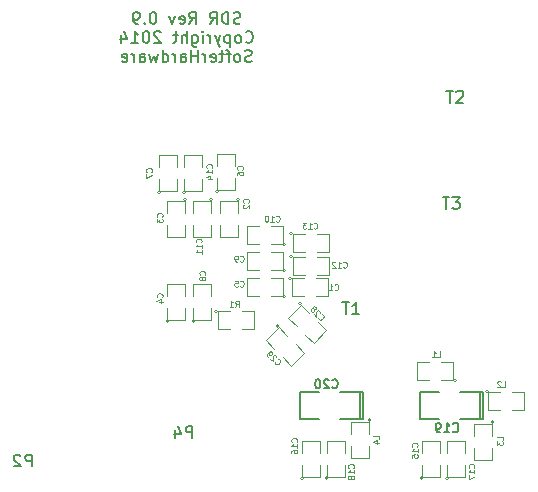
<source format=gbo>
%FSLAX34Y34*%
G04 Gerber Fmt 3.4, Leading zero omitted, Abs format*
G04 (created by PCBNEW (2014-01-02 BZR 4600)-product) date Sun 26 Jan 2014 10:04:54 PM PST*
%MOIN*%
G01*
G70*
G90*
G04 APERTURE LIST*
%ADD10C,0.005906*%
%ADD11C,0.007874*%
%ADD12C,0.003900*%
%ADD13C,0.005000*%
%ADD14C,0.004300*%
G04 APERTURE END LIST*
G54D10*
G54D11*
X8355Y-789D02*
X8299Y-808D01*
X8205Y-808D01*
X8167Y-789D01*
X8149Y-770D01*
X8130Y-733D01*
X8130Y-695D01*
X8149Y-658D01*
X8167Y-639D01*
X8205Y-620D01*
X8280Y-601D01*
X8317Y-583D01*
X8336Y-564D01*
X8355Y-526D01*
X8355Y-489D01*
X8336Y-451D01*
X8317Y-433D01*
X8280Y-414D01*
X8186Y-414D01*
X8130Y-433D01*
X7961Y-808D02*
X7961Y-414D01*
X7867Y-414D01*
X7811Y-433D01*
X7774Y-470D01*
X7755Y-508D01*
X7736Y-583D01*
X7736Y-639D01*
X7755Y-714D01*
X7774Y-751D01*
X7811Y-789D01*
X7867Y-808D01*
X7961Y-808D01*
X7342Y-808D02*
X7474Y-620D01*
X7567Y-808D02*
X7567Y-414D01*
X7417Y-414D01*
X7380Y-433D01*
X7361Y-451D01*
X7342Y-489D01*
X7342Y-545D01*
X7361Y-583D01*
X7380Y-601D01*
X7417Y-620D01*
X7567Y-620D01*
X6649Y-808D02*
X6780Y-620D01*
X6874Y-808D02*
X6874Y-414D01*
X6724Y-414D01*
X6686Y-433D01*
X6668Y-451D01*
X6649Y-489D01*
X6649Y-545D01*
X6668Y-583D01*
X6686Y-601D01*
X6724Y-620D01*
X6874Y-620D01*
X6330Y-789D02*
X6368Y-808D01*
X6443Y-808D01*
X6480Y-789D01*
X6499Y-751D01*
X6499Y-601D01*
X6480Y-564D01*
X6443Y-545D01*
X6368Y-545D01*
X6330Y-564D01*
X6311Y-601D01*
X6311Y-639D01*
X6499Y-676D01*
X6180Y-545D02*
X6086Y-808D01*
X5993Y-545D01*
X5468Y-414D02*
X5430Y-414D01*
X5393Y-433D01*
X5374Y-451D01*
X5355Y-489D01*
X5336Y-564D01*
X5336Y-658D01*
X5355Y-733D01*
X5374Y-770D01*
X5393Y-789D01*
X5430Y-808D01*
X5468Y-808D01*
X5505Y-789D01*
X5524Y-770D01*
X5543Y-733D01*
X5561Y-658D01*
X5561Y-564D01*
X5543Y-489D01*
X5524Y-451D01*
X5505Y-433D01*
X5468Y-414D01*
X5168Y-770D02*
X5149Y-789D01*
X5168Y-808D01*
X5187Y-789D01*
X5168Y-770D01*
X5168Y-808D01*
X4962Y-808D02*
X4887Y-808D01*
X4849Y-789D01*
X4830Y-770D01*
X4793Y-714D01*
X4774Y-639D01*
X4774Y-489D01*
X4793Y-451D01*
X4812Y-433D01*
X4849Y-414D01*
X4924Y-414D01*
X4962Y-433D01*
X4980Y-451D01*
X4999Y-489D01*
X4999Y-583D01*
X4980Y-620D01*
X4962Y-639D01*
X4924Y-658D01*
X4849Y-658D01*
X4812Y-639D01*
X4793Y-620D01*
X4774Y-583D01*
X8533Y-1400D02*
X8552Y-1419D01*
X8608Y-1437D01*
X8645Y-1437D01*
X8702Y-1419D01*
X8739Y-1381D01*
X8758Y-1344D01*
X8777Y-1269D01*
X8777Y-1212D01*
X8758Y-1137D01*
X8739Y-1100D01*
X8702Y-1062D01*
X8645Y-1044D01*
X8608Y-1044D01*
X8552Y-1062D01*
X8533Y-1081D01*
X8308Y-1437D02*
X8345Y-1419D01*
X8364Y-1400D01*
X8383Y-1362D01*
X8383Y-1250D01*
X8364Y-1212D01*
X8345Y-1194D01*
X8308Y-1175D01*
X8252Y-1175D01*
X8214Y-1194D01*
X8196Y-1212D01*
X8177Y-1250D01*
X8177Y-1362D01*
X8196Y-1400D01*
X8214Y-1419D01*
X8252Y-1437D01*
X8308Y-1437D01*
X8008Y-1175D02*
X8008Y-1569D01*
X8008Y-1194D02*
X7971Y-1175D01*
X7896Y-1175D01*
X7858Y-1194D01*
X7839Y-1212D01*
X7821Y-1250D01*
X7821Y-1362D01*
X7839Y-1400D01*
X7858Y-1419D01*
X7896Y-1437D01*
X7971Y-1437D01*
X8008Y-1419D01*
X7689Y-1175D02*
X7596Y-1437D01*
X7502Y-1175D02*
X7596Y-1437D01*
X7633Y-1531D01*
X7652Y-1550D01*
X7689Y-1569D01*
X7352Y-1437D02*
X7352Y-1175D01*
X7352Y-1250D02*
X7333Y-1212D01*
X7314Y-1194D01*
X7277Y-1175D01*
X7239Y-1175D01*
X7108Y-1437D02*
X7108Y-1175D01*
X7108Y-1044D02*
X7127Y-1062D01*
X7108Y-1081D01*
X7089Y-1062D01*
X7108Y-1044D01*
X7108Y-1081D01*
X6752Y-1175D02*
X6752Y-1494D01*
X6771Y-1531D01*
X6789Y-1550D01*
X6827Y-1569D01*
X6883Y-1569D01*
X6921Y-1550D01*
X6752Y-1419D02*
X6789Y-1437D01*
X6864Y-1437D01*
X6902Y-1419D01*
X6921Y-1400D01*
X6939Y-1362D01*
X6939Y-1250D01*
X6921Y-1212D01*
X6902Y-1194D01*
X6864Y-1175D01*
X6789Y-1175D01*
X6752Y-1194D01*
X6564Y-1437D02*
X6564Y-1044D01*
X6396Y-1437D02*
X6396Y-1231D01*
X6414Y-1194D01*
X6452Y-1175D01*
X6508Y-1175D01*
X6546Y-1194D01*
X6564Y-1212D01*
X6264Y-1175D02*
X6115Y-1175D01*
X6208Y-1044D02*
X6208Y-1381D01*
X6190Y-1419D01*
X6152Y-1437D01*
X6115Y-1437D01*
X5702Y-1081D02*
X5683Y-1062D01*
X5646Y-1044D01*
X5552Y-1044D01*
X5515Y-1062D01*
X5496Y-1081D01*
X5477Y-1119D01*
X5477Y-1156D01*
X5496Y-1212D01*
X5721Y-1437D01*
X5477Y-1437D01*
X5233Y-1044D02*
X5196Y-1044D01*
X5158Y-1062D01*
X5140Y-1081D01*
X5121Y-1119D01*
X5102Y-1194D01*
X5102Y-1287D01*
X5121Y-1362D01*
X5140Y-1400D01*
X5158Y-1419D01*
X5196Y-1437D01*
X5233Y-1437D01*
X5271Y-1419D01*
X5290Y-1400D01*
X5308Y-1362D01*
X5327Y-1287D01*
X5327Y-1194D01*
X5308Y-1119D01*
X5290Y-1081D01*
X5271Y-1062D01*
X5233Y-1044D01*
X4727Y-1437D02*
X4952Y-1437D01*
X4840Y-1437D02*
X4840Y-1044D01*
X4877Y-1100D01*
X4915Y-1137D01*
X4952Y-1156D01*
X4390Y-1175D02*
X4390Y-1437D01*
X4483Y-1025D02*
X4577Y-1306D01*
X4333Y-1306D01*
X8730Y-2049D02*
X8674Y-2067D01*
X8580Y-2067D01*
X8542Y-2049D01*
X8524Y-2030D01*
X8505Y-1992D01*
X8505Y-1955D01*
X8524Y-1917D01*
X8542Y-1899D01*
X8580Y-1880D01*
X8655Y-1861D01*
X8692Y-1842D01*
X8711Y-1824D01*
X8730Y-1786D01*
X8730Y-1749D01*
X8711Y-1711D01*
X8692Y-1692D01*
X8655Y-1674D01*
X8561Y-1674D01*
X8505Y-1692D01*
X8280Y-2067D02*
X8317Y-2049D01*
X8336Y-2030D01*
X8355Y-1992D01*
X8355Y-1880D01*
X8336Y-1842D01*
X8317Y-1824D01*
X8280Y-1805D01*
X8224Y-1805D01*
X8186Y-1824D01*
X8167Y-1842D01*
X8149Y-1880D01*
X8149Y-1992D01*
X8167Y-2030D01*
X8186Y-2049D01*
X8224Y-2067D01*
X8280Y-2067D01*
X8036Y-1805D02*
X7886Y-1805D01*
X7980Y-2067D02*
X7980Y-1730D01*
X7961Y-1692D01*
X7924Y-1674D01*
X7886Y-1674D01*
X7811Y-1805D02*
X7661Y-1805D01*
X7755Y-1674D02*
X7755Y-2011D01*
X7736Y-2049D01*
X7699Y-2067D01*
X7661Y-2067D01*
X7380Y-2049D02*
X7417Y-2067D01*
X7492Y-2067D01*
X7530Y-2049D01*
X7549Y-2011D01*
X7549Y-1861D01*
X7530Y-1824D01*
X7492Y-1805D01*
X7417Y-1805D01*
X7380Y-1824D01*
X7361Y-1861D01*
X7361Y-1899D01*
X7549Y-1936D01*
X7193Y-2067D02*
X7193Y-1805D01*
X7193Y-1880D02*
X7174Y-1842D01*
X7155Y-1824D01*
X7118Y-1805D01*
X7080Y-1805D01*
X6949Y-2067D02*
X6949Y-1674D01*
X6949Y-1861D02*
X6724Y-1861D01*
X6724Y-2067D02*
X6724Y-1674D01*
X6368Y-2067D02*
X6368Y-1861D01*
X6386Y-1824D01*
X6424Y-1805D01*
X6499Y-1805D01*
X6536Y-1824D01*
X6368Y-2049D02*
X6405Y-2067D01*
X6499Y-2067D01*
X6536Y-2049D01*
X6555Y-2011D01*
X6555Y-1974D01*
X6536Y-1936D01*
X6499Y-1917D01*
X6405Y-1917D01*
X6368Y-1899D01*
X6180Y-2067D02*
X6180Y-1805D01*
X6180Y-1880D02*
X6161Y-1842D01*
X6143Y-1824D01*
X6105Y-1805D01*
X6068Y-1805D01*
X5768Y-2067D02*
X5768Y-1674D01*
X5768Y-2049D02*
X5805Y-2067D01*
X5880Y-2067D01*
X5918Y-2049D01*
X5936Y-2030D01*
X5955Y-1992D01*
X5955Y-1880D01*
X5936Y-1842D01*
X5918Y-1824D01*
X5880Y-1805D01*
X5805Y-1805D01*
X5768Y-1824D01*
X5618Y-1805D02*
X5543Y-2067D01*
X5468Y-1880D01*
X5393Y-2067D01*
X5318Y-1805D01*
X4999Y-2067D02*
X4999Y-1861D01*
X5018Y-1824D01*
X5055Y-1805D01*
X5130Y-1805D01*
X5168Y-1824D01*
X4999Y-2049D02*
X5037Y-2067D01*
X5130Y-2067D01*
X5168Y-2049D01*
X5187Y-2011D01*
X5187Y-1974D01*
X5168Y-1936D01*
X5130Y-1917D01*
X5037Y-1917D01*
X4999Y-1899D01*
X4812Y-2067D02*
X4812Y-1805D01*
X4812Y-1880D02*
X4793Y-1842D01*
X4774Y-1824D01*
X4737Y-1805D01*
X4699Y-1805D01*
X4418Y-2049D02*
X4455Y-2067D01*
X4530Y-2067D01*
X4568Y-2049D01*
X4587Y-2011D01*
X4587Y-1861D01*
X4568Y-1824D01*
X4530Y-1805D01*
X4455Y-1805D01*
X4418Y-1824D01*
X4399Y-1861D01*
X4399Y-1899D01*
X4587Y-1936D01*
G54D12*
X10069Y-9286D02*
G75*
G03X10069Y-9286I-50J0D01*
G74*
G01*
X10469Y-9286D02*
X10069Y-9286D01*
X10069Y-9286D02*
X10069Y-9886D01*
X10069Y-9886D02*
X10469Y-9886D01*
X10869Y-9886D02*
X11269Y-9886D01*
X11269Y-9886D02*
X11269Y-9286D01*
X11269Y-9286D02*
X10869Y-9286D01*
X8342Y-6653D02*
G75*
G03X8342Y-6653I-50J0D01*
G74*
G01*
X8292Y-7103D02*
X8292Y-6703D01*
X8292Y-6703D02*
X7692Y-6703D01*
X7692Y-6703D02*
X7692Y-7103D01*
X7692Y-7503D02*
X7692Y-7903D01*
X7692Y-7903D02*
X8292Y-7903D01*
X8292Y-7903D02*
X8292Y-7503D01*
X6570Y-6653D02*
G75*
G03X6570Y-6653I-50J0D01*
G74*
G01*
X6520Y-7103D02*
X6520Y-6703D01*
X6520Y-6703D02*
X5920Y-6703D01*
X5920Y-6703D02*
X5920Y-7103D01*
X5920Y-7503D02*
X5920Y-7903D01*
X5920Y-7903D02*
X6520Y-7903D01*
X6520Y-7903D02*
X6520Y-7503D01*
X5970Y-10709D02*
G75*
G03X5970Y-10709I-50J0D01*
G74*
G01*
X5920Y-10259D02*
X5920Y-10659D01*
X5920Y-10659D02*
X6520Y-10659D01*
X6520Y-10659D02*
X6520Y-10259D01*
X6520Y-9859D02*
X6520Y-9459D01*
X6520Y-9459D02*
X5920Y-9459D01*
X5920Y-9459D02*
X5920Y-9859D01*
X9873Y-9886D02*
G75*
G03X9873Y-9886I-50J0D01*
G74*
G01*
X9373Y-9886D02*
X9773Y-9886D01*
X9773Y-9886D02*
X9773Y-9286D01*
X9773Y-9286D02*
X9373Y-9286D01*
X8973Y-9286D02*
X8573Y-9286D01*
X8573Y-9286D02*
X8573Y-9886D01*
X8573Y-9886D02*
X8973Y-9886D01*
X7624Y-6378D02*
G75*
G03X7624Y-6378I-50J0D01*
G74*
G01*
X7574Y-5928D02*
X7574Y-6328D01*
X7574Y-6328D02*
X8174Y-6328D01*
X8174Y-6328D02*
X8174Y-5928D01*
X8174Y-5528D02*
X8174Y-5128D01*
X8174Y-5128D02*
X7574Y-5128D01*
X7574Y-5128D02*
X7574Y-5528D01*
X5694Y-6417D02*
G75*
G03X5694Y-6417I-50J0D01*
G74*
G01*
X5644Y-5967D02*
X5644Y-6367D01*
X5644Y-6367D02*
X6244Y-6367D01*
X6244Y-6367D02*
X6244Y-5967D01*
X6244Y-5567D02*
X6244Y-5167D01*
X6244Y-5167D02*
X5644Y-5167D01*
X5644Y-5167D02*
X5644Y-5567D01*
X6836Y-10709D02*
G75*
G03X6836Y-10709I-50J0D01*
G74*
G01*
X6786Y-10259D02*
X6786Y-10659D01*
X6786Y-10659D02*
X7386Y-10659D01*
X7386Y-10659D02*
X7386Y-10259D01*
X7386Y-9859D02*
X7386Y-9459D01*
X7386Y-9459D02*
X6786Y-9459D01*
X6786Y-9459D02*
X6786Y-9859D01*
X9873Y-9020D02*
G75*
G03X9873Y-9020I-50J0D01*
G74*
G01*
X9373Y-9020D02*
X9773Y-9020D01*
X9773Y-9020D02*
X9773Y-8420D01*
X9773Y-8420D02*
X9373Y-8420D01*
X8973Y-8420D02*
X8573Y-8420D01*
X8573Y-8420D02*
X8573Y-9020D01*
X8573Y-9020D02*
X8973Y-9020D01*
X9873Y-8154D02*
G75*
G03X9873Y-8154I-50J0D01*
G74*
G01*
X9373Y-8154D02*
X9773Y-8154D01*
X9773Y-8154D02*
X9773Y-7554D01*
X9773Y-7554D02*
X9373Y-7554D01*
X8973Y-7554D02*
X8573Y-7554D01*
X8573Y-7554D02*
X8573Y-8154D01*
X8573Y-8154D02*
X8973Y-8154D01*
X7436Y-6653D02*
G75*
G03X7436Y-6653I-50J0D01*
G74*
G01*
X7386Y-7103D02*
X7386Y-6703D01*
X7386Y-6703D02*
X6786Y-6703D01*
X6786Y-6703D02*
X6786Y-7103D01*
X6786Y-7503D02*
X6786Y-7903D01*
X6786Y-7903D02*
X7386Y-7903D01*
X7386Y-7903D02*
X7386Y-7503D01*
X10108Y-8558D02*
G75*
G03X10108Y-8558I-50J0D01*
G74*
G01*
X10508Y-8558D02*
X10108Y-8558D01*
X10108Y-8558D02*
X10108Y-9158D01*
X10108Y-9158D02*
X10508Y-9158D01*
X10908Y-9158D02*
X11308Y-9158D01*
X11308Y-9158D02*
X11308Y-8558D01*
X11308Y-8558D02*
X10908Y-8558D01*
X10108Y-7790D02*
G75*
G03X10108Y-7790I-50J0D01*
G74*
G01*
X10508Y-7790D02*
X10108Y-7790D01*
X10108Y-7790D02*
X10108Y-8390D01*
X10108Y-8390D02*
X10508Y-8390D01*
X10908Y-8390D02*
X11308Y-8390D01*
X11308Y-8390D02*
X11308Y-7790D01*
X11308Y-7790D02*
X10908Y-7790D01*
X6521Y-6417D02*
G75*
G03X6521Y-6417I-50J0D01*
G74*
G01*
X6471Y-5967D02*
X6471Y-6367D01*
X6471Y-6367D02*
X7071Y-6367D01*
X7071Y-6367D02*
X7071Y-5967D01*
X7071Y-5567D02*
X7071Y-5167D01*
X7071Y-5167D02*
X6471Y-5167D01*
X6471Y-5167D02*
X6471Y-5567D01*
X14454Y-15945D02*
G75*
G03X14454Y-15945I-50J0D01*
G74*
G01*
X14404Y-15495D02*
X14404Y-15895D01*
X14404Y-15895D02*
X15004Y-15895D01*
X15004Y-15895D02*
X15004Y-15495D01*
X15004Y-15095D02*
X15004Y-14695D01*
X15004Y-14695D02*
X14404Y-14695D01*
X14404Y-14695D02*
X14404Y-15095D01*
X10458Y-15945D02*
G75*
G03X10458Y-15945I-50J0D01*
G74*
G01*
X10408Y-15495D02*
X10408Y-15895D01*
X10408Y-15895D02*
X11008Y-15895D01*
X11008Y-15895D02*
X11008Y-15495D01*
X11008Y-15095D02*
X11008Y-14695D01*
X11008Y-14695D02*
X10408Y-14695D01*
X10408Y-14695D02*
X10408Y-15095D01*
X15301Y-15945D02*
G75*
G03X15301Y-15945I-50J0D01*
G74*
G01*
X15251Y-15495D02*
X15251Y-15895D01*
X15251Y-15895D02*
X15851Y-15895D01*
X15851Y-15895D02*
X15851Y-15495D01*
X15851Y-15095D02*
X15851Y-14695D01*
X15851Y-14695D02*
X15251Y-14695D01*
X15251Y-14695D02*
X15251Y-15095D01*
X11285Y-15945D02*
G75*
G03X11285Y-15945I-50J0D01*
G74*
G01*
X11235Y-15495D02*
X11235Y-15895D01*
X11235Y-15895D02*
X11835Y-15895D01*
X11835Y-15895D02*
X11835Y-15495D01*
X11835Y-15095D02*
X11835Y-14695D01*
X11835Y-14695D02*
X11235Y-14695D01*
X11235Y-14695D02*
X11235Y-15095D01*
G54D13*
X16334Y-13073D02*
X16434Y-13073D01*
X16434Y-13073D02*
X16434Y-13973D01*
X16434Y-13973D02*
X16334Y-13973D01*
X16334Y-13073D02*
X16334Y-13973D01*
X16334Y-13973D02*
X15684Y-13973D01*
X14984Y-13073D02*
X14334Y-13073D01*
X14334Y-13073D02*
X14334Y-13973D01*
X14334Y-13973D02*
X14984Y-13973D01*
X15684Y-13073D02*
X16334Y-13073D01*
X12338Y-13073D02*
X12438Y-13073D01*
X12438Y-13073D02*
X12438Y-13973D01*
X12438Y-13973D02*
X12338Y-13973D01*
X12338Y-13073D02*
X12338Y-13973D01*
X12338Y-13973D02*
X11688Y-13973D01*
X10988Y-13073D02*
X10338Y-13073D01*
X10338Y-13073D02*
X10338Y-13973D01*
X10338Y-13973D02*
X10988Y-13973D01*
X11688Y-13073D02*
X12338Y-13073D01*
G54D12*
X10393Y-10135D02*
G75*
G03X10393Y-10135I-50J0D01*
G74*
G01*
X10661Y-10453D02*
X10378Y-10170D01*
X10378Y-10170D02*
X9954Y-10594D01*
X9954Y-10594D02*
X10236Y-10877D01*
X10519Y-11160D02*
X10802Y-11443D01*
X10802Y-11443D02*
X11226Y-11019D01*
X11226Y-11019D02*
X10944Y-10736D01*
X9645Y-10883D02*
G75*
G03X9645Y-10883I-50J0D01*
G74*
G01*
X9913Y-11201D02*
X9630Y-10918D01*
X9630Y-10918D02*
X9206Y-11342D01*
X9206Y-11342D02*
X9488Y-11625D01*
X9771Y-11908D02*
X10054Y-12191D01*
X10054Y-12191D02*
X10478Y-11767D01*
X10478Y-11767D02*
X10196Y-11484D01*
X15562Y-12681D02*
G75*
G03X15562Y-12681I-50J0D01*
G74*
G01*
X15062Y-12681D02*
X15462Y-12681D01*
X15462Y-12681D02*
X15462Y-12081D01*
X15462Y-12081D02*
X15062Y-12081D01*
X14662Y-12081D02*
X14262Y-12081D01*
X14262Y-12081D02*
X14262Y-12681D01*
X14262Y-12681D02*
X14662Y-12681D01*
X16624Y-13066D02*
G75*
G03X16624Y-13066I-50J0D01*
G74*
G01*
X17024Y-13066D02*
X16624Y-13066D01*
X16624Y-13066D02*
X16624Y-13666D01*
X16624Y-13666D02*
X17024Y-13666D01*
X17424Y-13666D02*
X17824Y-13666D01*
X17824Y-13666D02*
X17824Y-13066D01*
X17824Y-13066D02*
X17424Y-13066D01*
X16806Y-14074D02*
G75*
G03X16806Y-14074I-50J0D01*
G74*
G01*
X16756Y-14524D02*
X16756Y-14124D01*
X16756Y-14124D02*
X16156Y-14124D01*
X16156Y-14124D02*
X16156Y-14524D01*
X16156Y-14924D02*
X16156Y-15324D01*
X16156Y-15324D02*
X16756Y-15324D01*
X16756Y-15324D02*
X16756Y-14924D01*
X12712Y-14015D02*
G75*
G03X12712Y-14015I-50J0D01*
G74*
G01*
X12662Y-14465D02*
X12662Y-14065D01*
X12662Y-14065D02*
X12062Y-14065D01*
X12062Y-14065D02*
X12062Y-14465D01*
X12062Y-14865D02*
X12062Y-15265D01*
X12062Y-15265D02*
X12662Y-15265D01*
X12662Y-15265D02*
X12662Y-14865D01*
X7598Y-10379D02*
G75*
G03X7598Y-10379I-50J0D01*
G74*
G01*
X7998Y-10379D02*
X7598Y-10379D01*
X7598Y-10379D02*
X7598Y-10979D01*
X7598Y-10979D02*
X7998Y-10979D01*
X8398Y-10979D02*
X8798Y-10979D01*
X8798Y-10979D02*
X8798Y-10379D01*
X8798Y-10379D02*
X8398Y-10379D01*
G54D14*
X11499Y-9656D02*
X11508Y-9666D01*
X11536Y-9675D01*
X11555Y-9675D01*
X11583Y-9666D01*
X11602Y-9647D01*
X11611Y-9628D01*
X11621Y-9591D01*
X11621Y-9563D01*
X11611Y-9525D01*
X11602Y-9506D01*
X11583Y-9488D01*
X11555Y-9478D01*
X11536Y-9478D01*
X11508Y-9488D01*
X11499Y-9497D01*
X11311Y-9675D02*
X11424Y-9675D01*
X11368Y-9675D02*
X11368Y-9478D01*
X11386Y-9506D01*
X11405Y-9525D01*
X11424Y-9535D01*
X8623Y-6758D02*
X8632Y-6749D01*
X8642Y-6720D01*
X8642Y-6702D01*
X8632Y-6674D01*
X8614Y-6655D01*
X8595Y-6645D01*
X8557Y-6636D01*
X8529Y-6636D01*
X8492Y-6645D01*
X8473Y-6655D01*
X8454Y-6674D01*
X8445Y-6702D01*
X8445Y-6720D01*
X8454Y-6749D01*
X8464Y-6758D01*
X8464Y-6833D02*
X8454Y-6842D01*
X8445Y-6861D01*
X8445Y-6908D01*
X8454Y-6927D01*
X8464Y-6936D01*
X8482Y-6946D01*
X8501Y-6946D01*
X8529Y-6936D01*
X8642Y-6824D01*
X8642Y-6946D01*
X5749Y-7230D02*
X5758Y-7221D01*
X5768Y-7193D01*
X5768Y-7174D01*
X5758Y-7146D01*
X5740Y-7127D01*
X5721Y-7118D01*
X5683Y-7108D01*
X5655Y-7108D01*
X5618Y-7118D01*
X5599Y-7127D01*
X5580Y-7146D01*
X5571Y-7174D01*
X5571Y-7193D01*
X5580Y-7221D01*
X5590Y-7230D01*
X5571Y-7296D02*
X5571Y-7418D01*
X5646Y-7352D01*
X5646Y-7381D01*
X5655Y-7399D01*
X5665Y-7409D01*
X5683Y-7418D01*
X5730Y-7418D01*
X5749Y-7409D01*
X5758Y-7399D01*
X5768Y-7381D01*
X5768Y-7324D01*
X5758Y-7305D01*
X5749Y-7296D01*
X5749Y-9908D02*
X5758Y-9898D01*
X5768Y-9870D01*
X5768Y-9851D01*
X5758Y-9823D01*
X5740Y-9804D01*
X5721Y-9795D01*
X5683Y-9786D01*
X5655Y-9786D01*
X5618Y-9795D01*
X5599Y-9804D01*
X5580Y-9823D01*
X5571Y-9851D01*
X5571Y-9870D01*
X5580Y-9898D01*
X5590Y-9908D01*
X5636Y-10076D02*
X5768Y-10076D01*
X5561Y-10030D02*
X5702Y-9983D01*
X5702Y-10105D01*
X8349Y-9538D02*
X8359Y-9548D01*
X8387Y-9557D01*
X8406Y-9557D01*
X8434Y-9548D01*
X8452Y-9529D01*
X8462Y-9510D01*
X8471Y-9473D01*
X8471Y-9445D01*
X8462Y-9407D01*
X8452Y-9388D01*
X8434Y-9370D01*
X8406Y-9360D01*
X8387Y-9360D01*
X8359Y-9370D01*
X8349Y-9379D01*
X8171Y-9360D02*
X8265Y-9360D01*
X8274Y-9454D01*
X8265Y-9445D01*
X8246Y-9435D01*
X8199Y-9435D01*
X8180Y-9445D01*
X8171Y-9454D01*
X8162Y-9473D01*
X8162Y-9520D01*
X8171Y-9538D01*
X8180Y-9548D01*
X8199Y-9557D01*
X8246Y-9557D01*
X8265Y-9548D01*
X8274Y-9538D01*
X8426Y-5656D02*
X8436Y-5646D01*
X8445Y-5618D01*
X8445Y-5599D01*
X8436Y-5571D01*
X8417Y-5552D01*
X8398Y-5543D01*
X8360Y-5534D01*
X8332Y-5534D01*
X8295Y-5543D01*
X8276Y-5552D01*
X8257Y-5571D01*
X8248Y-5599D01*
X8248Y-5618D01*
X8257Y-5646D01*
X8267Y-5656D01*
X8248Y-5825D02*
X8248Y-5787D01*
X8257Y-5768D01*
X8267Y-5759D01*
X8295Y-5740D01*
X8332Y-5731D01*
X8407Y-5731D01*
X8426Y-5740D01*
X8436Y-5749D01*
X8445Y-5768D01*
X8445Y-5806D01*
X8436Y-5825D01*
X8426Y-5834D01*
X8407Y-5843D01*
X8360Y-5843D01*
X8342Y-5834D01*
X8332Y-5825D01*
X8323Y-5806D01*
X8323Y-5768D01*
X8332Y-5749D01*
X8342Y-5740D01*
X8360Y-5731D01*
X5395Y-5734D02*
X5404Y-5725D01*
X5413Y-5697D01*
X5413Y-5678D01*
X5404Y-5650D01*
X5385Y-5631D01*
X5367Y-5622D01*
X5329Y-5612D01*
X5301Y-5612D01*
X5263Y-5622D01*
X5245Y-5631D01*
X5226Y-5650D01*
X5216Y-5678D01*
X5216Y-5697D01*
X5226Y-5725D01*
X5235Y-5734D01*
X5216Y-5800D02*
X5216Y-5931D01*
X5413Y-5847D01*
X7166Y-9160D02*
X7176Y-9150D01*
X7185Y-9122D01*
X7185Y-9103D01*
X7176Y-9075D01*
X7157Y-9056D01*
X7138Y-9047D01*
X7101Y-9038D01*
X7073Y-9038D01*
X7035Y-9047D01*
X7016Y-9056D01*
X6997Y-9075D01*
X6988Y-9103D01*
X6988Y-9122D01*
X6997Y-9150D01*
X7007Y-9160D01*
X7073Y-9272D02*
X7063Y-9253D01*
X7054Y-9244D01*
X7035Y-9235D01*
X7026Y-9235D01*
X7007Y-9244D01*
X6997Y-9253D01*
X6988Y-9272D01*
X6988Y-9310D01*
X6997Y-9328D01*
X7007Y-9338D01*
X7026Y-9347D01*
X7035Y-9347D01*
X7054Y-9338D01*
X7063Y-9328D01*
X7073Y-9310D01*
X7073Y-9272D01*
X7082Y-9253D01*
X7091Y-9244D01*
X7110Y-9235D01*
X7148Y-9235D01*
X7166Y-9244D01*
X7176Y-9253D01*
X7185Y-9272D01*
X7185Y-9310D01*
X7176Y-9328D01*
X7166Y-9338D01*
X7148Y-9347D01*
X7110Y-9347D01*
X7091Y-9338D01*
X7082Y-9328D01*
X7073Y-9310D01*
X8349Y-8712D02*
X8359Y-8721D01*
X8387Y-8730D01*
X8406Y-8730D01*
X8434Y-8721D01*
X8452Y-8702D01*
X8462Y-8683D01*
X8471Y-8646D01*
X8471Y-8618D01*
X8462Y-8580D01*
X8452Y-8561D01*
X8434Y-8543D01*
X8406Y-8533D01*
X8387Y-8533D01*
X8359Y-8543D01*
X8349Y-8552D01*
X8255Y-8730D02*
X8218Y-8730D01*
X8199Y-8721D01*
X8190Y-8712D01*
X8171Y-8683D01*
X8162Y-8646D01*
X8162Y-8571D01*
X8171Y-8552D01*
X8180Y-8543D01*
X8199Y-8533D01*
X8237Y-8533D01*
X8255Y-8543D01*
X8265Y-8552D01*
X8274Y-8571D01*
X8274Y-8618D01*
X8265Y-8637D01*
X8255Y-8646D01*
X8237Y-8655D01*
X8199Y-8655D01*
X8180Y-8646D01*
X8171Y-8637D01*
X8162Y-8618D01*
X9545Y-7373D02*
X9555Y-7382D01*
X9583Y-7392D01*
X9602Y-7392D01*
X9630Y-7382D01*
X9649Y-7364D01*
X9658Y-7345D01*
X9667Y-7307D01*
X9667Y-7279D01*
X9658Y-7242D01*
X9649Y-7223D01*
X9630Y-7204D01*
X9602Y-7195D01*
X9583Y-7195D01*
X9555Y-7204D01*
X9545Y-7214D01*
X9358Y-7392D02*
X9470Y-7392D01*
X9414Y-7392D02*
X9414Y-7195D01*
X9433Y-7223D01*
X9452Y-7242D01*
X9470Y-7251D01*
X9236Y-7195D02*
X9217Y-7195D01*
X9198Y-7204D01*
X9189Y-7214D01*
X9180Y-7232D01*
X9170Y-7270D01*
X9170Y-7317D01*
X9180Y-7354D01*
X9189Y-7373D01*
X9198Y-7382D01*
X9217Y-7392D01*
X9236Y-7392D01*
X9255Y-7382D01*
X9264Y-7373D01*
X9273Y-7354D01*
X9283Y-7317D01*
X9283Y-7270D01*
X9273Y-7232D01*
X9264Y-7214D01*
X9255Y-7204D01*
X9236Y-7195D01*
X7048Y-8082D02*
X7058Y-8072D01*
X7067Y-8044D01*
X7067Y-8025D01*
X7058Y-7997D01*
X7039Y-7978D01*
X7020Y-7969D01*
X6983Y-7960D01*
X6954Y-7960D01*
X6917Y-7969D01*
X6898Y-7978D01*
X6879Y-7997D01*
X6870Y-8025D01*
X6870Y-8044D01*
X6879Y-8072D01*
X6889Y-8082D01*
X7067Y-8269D02*
X7067Y-8157D01*
X7067Y-8213D02*
X6870Y-8213D01*
X6898Y-8194D01*
X6917Y-8175D01*
X6926Y-8157D01*
X7067Y-8457D02*
X7067Y-8344D01*
X7067Y-8400D02*
X6870Y-8400D01*
X6898Y-8382D01*
X6917Y-8363D01*
X6926Y-8344D01*
X11790Y-8908D02*
X11799Y-8918D01*
X11827Y-8927D01*
X11846Y-8927D01*
X11874Y-8918D01*
X11893Y-8899D01*
X11902Y-8880D01*
X11911Y-8843D01*
X11911Y-8815D01*
X11902Y-8777D01*
X11893Y-8758D01*
X11874Y-8740D01*
X11846Y-8730D01*
X11827Y-8730D01*
X11799Y-8740D01*
X11790Y-8749D01*
X11602Y-8927D02*
X11714Y-8927D01*
X11658Y-8927D02*
X11658Y-8730D01*
X11677Y-8758D01*
X11696Y-8777D01*
X11714Y-8786D01*
X11527Y-8749D02*
X11517Y-8740D01*
X11499Y-8730D01*
X11452Y-8730D01*
X11433Y-8740D01*
X11424Y-8749D01*
X11414Y-8768D01*
X11414Y-8786D01*
X11424Y-8815D01*
X11536Y-8927D01*
X11414Y-8927D01*
X10805Y-7609D02*
X10815Y-7619D01*
X10843Y-7628D01*
X10862Y-7628D01*
X10890Y-7619D01*
X10908Y-7600D01*
X10918Y-7581D01*
X10927Y-7544D01*
X10927Y-7515D01*
X10918Y-7478D01*
X10908Y-7459D01*
X10890Y-7440D01*
X10862Y-7431D01*
X10843Y-7431D01*
X10815Y-7440D01*
X10805Y-7450D01*
X10618Y-7628D02*
X10730Y-7628D01*
X10674Y-7628D02*
X10674Y-7431D01*
X10693Y-7459D01*
X10711Y-7478D01*
X10730Y-7487D01*
X10552Y-7431D02*
X10430Y-7431D01*
X10496Y-7506D01*
X10468Y-7506D01*
X10449Y-7515D01*
X10439Y-7525D01*
X10430Y-7544D01*
X10430Y-7590D01*
X10439Y-7609D01*
X10449Y-7619D01*
X10468Y-7628D01*
X10524Y-7628D01*
X10543Y-7619D01*
X10552Y-7609D01*
X7403Y-5601D02*
X7412Y-5592D01*
X7421Y-5564D01*
X7421Y-5545D01*
X7412Y-5517D01*
X7393Y-5498D01*
X7374Y-5489D01*
X7337Y-5479D01*
X7309Y-5479D01*
X7271Y-5489D01*
X7252Y-5498D01*
X7234Y-5517D01*
X7224Y-5545D01*
X7224Y-5564D01*
X7234Y-5592D01*
X7243Y-5601D01*
X7421Y-5789D02*
X7421Y-5676D01*
X7421Y-5733D02*
X7224Y-5733D01*
X7252Y-5714D01*
X7271Y-5695D01*
X7281Y-5676D01*
X7290Y-5958D02*
X7421Y-5958D01*
X7215Y-5911D02*
X7356Y-5864D01*
X7356Y-5986D01*
X14253Y-14893D02*
X14262Y-14883D01*
X14272Y-14855D01*
X14272Y-14836D01*
X14262Y-14808D01*
X14244Y-14789D01*
X14225Y-14780D01*
X14187Y-14771D01*
X14159Y-14771D01*
X14122Y-14780D01*
X14103Y-14789D01*
X14084Y-14808D01*
X14075Y-14836D01*
X14075Y-14855D01*
X14084Y-14883D01*
X14093Y-14893D01*
X14272Y-15080D02*
X14272Y-14968D01*
X14272Y-15024D02*
X14075Y-15024D01*
X14103Y-15005D01*
X14122Y-14986D01*
X14131Y-14968D01*
X14075Y-15258D02*
X14075Y-15165D01*
X14168Y-15155D01*
X14159Y-15165D01*
X14150Y-15183D01*
X14150Y-15230D01*
X14159Y-15249D01*
X14168Y-15258D01*
X14187Y-15268D01*
X14234Y-15268D01*
X14253Y-15258D01*
X14262Y-15249D01*
X14272Y-15230D01*
X14272Y-15183D01*
X14262Y-15165D01*
X14253Y-15155D01*
X10237Y-14735D02*
X10247Y-14726D01*
X10256Y-14698D01*
X10256Y-14679D01*
X10247Y-14651D01*
X10228Y-14632D01*
X10209Y-14622D01*
X10172Y-14613D01*
X10143Y-14613D01*
X10106Y-14622D01*
X10087Y-14632D01*
X10068Y-14651D01*
X10059Y-14679D01*
X10059Y-14698D01*
X10068Y-14726D01*
X10078Y-14735D01*
X10256Y-14923D02*
X10256Y-14810D01*
X10256Y-14866D02*
X10059Y-14866D01*
X10087Y-14848D01*
X10106Y-14829D01*
X10115Y-14810D01*
X10059Y-15092D02*
X10059Y-15054D01*
X10068Y-15035D01*
X10078Y-15026D01*
X10106Y-15007D01*
X10143Y-14998D01*
X10218Y-14998D01*
X10237Y-15007D01*
X10247Y-15016D01*
X10256Y-15035D01*
X10256Y-15073D01*
X10247Y-15092D01*
X10237Y-15101D01*
X10218Y-15110D01*
X10172Y-15110D01*
X10153Y-15101D01*
X10143Y-15092D01*
X10134Y-15073D01*
X10134Y-15035D01*
X10143Y-15016D01*
X10153Y-15007D01*
X10172Y-14998D01*
X16143Y-15601D02*
X16152Y-15592D01*
X16161Y-15564D01*
X16161Y-15545D01*
X16152Y-15517D01*
X16133Y-15498D01*
X16115Y-15489D01*
X16077Y-15479D01*
X16049Y-15479D01*
X16011Y-15489D01*
X15993Y-15498D01*
X15974Y-15517D01*
X15964Y-15545D01*
X15964Y-15564D01*
X15974Y-15592D01*
X15983Y-15601D01*
X16161Y-15789D02*
X16161Y-15676D01*
X16161Y-15733D02*
X15964Y-15733D01*
X15993Y-15714D01*
X16011Y-15695D01*
X16021Y-15676D01*
X15964Y-15854D02*
X15964Y-15986D01*
X16161Y-15901D01*
X12127Y-15601D02*
X12136Y-15592D01*
X12146Y-15564D01*
X12146Y-15545D01*
X12136Y-15517D01*
X12118Y-15498D01*
X12099Y-15489D01*
X12061Y-15479D01*
X12033Y-15479D01*
X11996Y-15489D01*
X11977Y-15498D01*
X11958Y-15517D01*
X11949Y-15545D01*
X11949Y-15564D01*
X11958Y-15592D01*
X11967Y-15601D01*
X12146Y-15789D02*
X12146Y-15676D01*
X12146Y-15733D02*
X11949Y-15733D01*
X11977Y-15714D01*
X11996Y-15695D01*
X12005Y-15676D01*
X12033Y-15901D02*
X12024Y-15883D01*
X12014Y-15873D01*
X11996Y-15864D01*
X11986Y-15864D01*
X11967Y-15873D01*
X11958Y-15883D01*
X11949Y-15901D01*
X11949Y-15939D01*
X11958Y-15958D01*
X11967Y-15967D01*
X11986Y-15976D01*
X11996Y-15976D01*
X12014Y-15967D01*
X12024Y-15958D01*
X12033Y-15939D01*
X12033Y-15901D01*
X12043Y-15883D01*
X12052Y-15873D01*
X12071Y-15864D01*
X12108Y-15864D01*
X12127Y-15873D01*
X12136Y-15883D01*
X12146Y-15901D01*
X12146Y-15939D01*
X12136Y-15958D01*
X12127Y-15967D01*
X12108Y-15976D01*
X12071Y-15976D01*
X12052Y-15967D01*
X12043Y-15958D01*
X12033Y-15939D01*
G54D13*
X15438Y-14378D02*
X15453Y-14393D01*
X15496Y-14407D01*
X15524Y-14407D01*
X15567Y-14393D01*
X15596Y-14364D01*
X15610Y-14335D01*
X15624Y-14278D01*
X15624Y-14235D01*
X15610Y-14178D01*
X15596Y-14150D01*
X15567Y-14121D01*
X15524Y-14107D01*
X15496Y-14107D01*
X15453Y-14121D01*
X15438Y-14135D01*
X15153Y-14407D02*
X15324Y-14407D01*
X15238Y-14407D02*
X15238Y-14107D01*
X15267Y-14150D01*
X15296Y-14178D01*
X15324Y-14193D01*
X15010Y-14407D02*
X14953Y-14407D01*
X14924Y-14393D01*
X14910Y-14378D01*
X14881Y-14335D01*
X14867Y-14278D01*
X14867Y-14164D01*
X14881Y-14135D01*
X14896Y-14121D01*
X14924Y-14107D01*
X14981Y-14107D01*
X15010Y-14121D01*
X15024Y-14135D01*
X15038Y-14164D01*
X15038Y-14235D01*
X15024Y-14264D01*
X15010Y-14278D01*
X14981Y-14293D01*
X14924Y-14293D01*
X14896Y-14278D01*
X14881Y-14264D01*
X14867Y-14235D01*
X11423Y-12922D02*
X11437Y-12936D01*
X11480Y-12950D01*
X11508Y-12950D01*
X11551Y-12936D01*
X11580Y-12907D01*
X11594Y-12879D01*
X11608Y-12822D01*
X11608Y-12779D01*
X11594Y-12722D01*
X11580Y-12693D01*
X11551Y-12664D01*
X11508Y-12650D01*
X11480Y-12650D01*
X11437Y-12664D01*
X11423Y-12679D01*
X11308Y-12679D02*
X11294Y-12664D01*
X11266Y-12650D01*
X11194Y-12650D01*
X11166Y-12664D01*
X11151Y-12679D01*
X11137Y-12707D01*
X11137Y-12736D01*
X11151Y-12779D01*
X11323Y-12950D01*
X11137Y-12950D01*
X10951Y-12650D02*
X10923Y-12650D01*
X10894Y-12664D01*
X10880Y-12679D01*
X10866Y-12707D01*
X10851Y-12764D01*
X10851Y-12836D01*
X10866Y-12893D01*
X10880Y-12922D01*
X10894Y-12936D01*
X10923Y-12950D01*
X10951Y-12950D01*
X10980Y-12936D01*
X10994Y-12922D01*
X11008Y-12893D01*
X11023Y-12836D01*
X11023Y-12764D01*
X11008Y-12707D01*
X10994Y-12679D01*
X10980Y-12664D01*
X10951Y-12650D01*
G54D14*
X10955Y-10592D02*
X10955Y-10605D01*
X10968Y-10631D01*
X10981Y-10645D01*
X11008Y-10658D01*
X11034Y-10658D01*
X11054Y-10651D01*
X11087Y-10631D01*
X11107Y-10611D01*
X11127Y-10578D01*
X11134Y-10558D01*
X11134Y-10532D01*
X11120Y-10505D01*
X11107Y-10492D01*
X11081Y-10479D01*
X11067Y-10479D01*
X11014Y-10426D02*
X11014Y-10412D01*
X11008Y-10393D01*
X10975Y-10359D01*
X10955Y-10353D01*
X10941Y-10353D01*
X10921Y-10359D01*
X10908Y-10373D01*
X10895Y-10399D01*
X10895Y-10558D01*
X10809Y-10472D01*
X10809Y-10313D02*
X10829Y-10320D01*
X10842Y-10320D01*
X10862Y-10313D01*
X10868Y-10306D01*
X10875Y-10286D01*
X10875Y-10273D01*
X10868Y-10253D01*
X10842Y-10227D01*
X10822Y-10220D01*
X10809Y-10220D01*
X10789Y-10227D01*
X10782Y-10233D01*
X10776Y-10253D01*
X10776Y-10267D01*
X10782Y-10286D01*
X10809Y-10313D01*
X10815Y-10333D01*
X10815Y-10346D01*
X10809Y-10366D01*
X10782Y-10393D01*
X10762Y-10399D01*
X10749Y-10399D01*
X10729Y-10393D01*
X10703Y-10366D01*
X10696Y-10346D01*
X10696Y-10333D01*
X10703Y-10313D01*
X10729Y-10286D01*
X10749Y-10280D01*
X10762Y-10280D01*
X10782Y-10286D01*
X9498Y-12088D02*
X9498Y-12101D01*
X9511Y-12127D01*
X9524Y-12141D01*
X9551Y-12154D01*
X9578Y-12154D01*
X9597Y-12147D01*
X9631Y-12127D01*
X9651Y-12108D01*
X9670Y-12074D01*
X9677Y-12054D01*
X9677Y-12028D01*
X9664Y-12001D01*
X9651Y-11988D01*
X9624Y-11975D01*
X9611Y-11975D01*
X9558Y-11922D02*
X9558Y-11909D01*
X9551Y-11889D01*
X9518Y-11855D01*
X9498Y-11849D01*
X9485Y-11849D01*
X9465Y-11855D01*
X9452Y-11869D01*
X9438Y-11895D01*
X9438Y-12054D01*
X9352Y-11968D01*
X9286Y-11902D02*
X9259Y-11875D01*
X9253Y-11855D01*
X9253Y-11842D01*
X9259Y-11809D01*
X9279Y-11776D01*
X9332Y-11723D01*
X9352Y-11716D01*
X9365Y-11716D01*
X9385Y-11723D01*
X9412Y-11749D01*
X9418Y-11769D01*
X9418Y-11782D01*
X9412Y-11802D01*
X9379Y-11836D01*
X9359Y-11842D01*
X9345Y-11842D01*
X9325Y-11836D01*
X9299Y-11809D01*
X9292Y-11789D01*
X9292Y-11776D01*
X9299Y-11756D01*
X14924Y-11919D02*
X15018Y-11919D01*
X15018Y-11722D01*
X14755Y-11919D02*
X14868Y-11919D01*
X14811Y-11919D02*
X14811Y-11722D01*
X14830Y-11750D01*
X14849Y-11769D01*
X14868Y-11779D01*
X17089Y-12904D02*
X17183Y-12904D01*
X17183Y-12707D01*
X17033Y-12725D02*
X17024Y-12716D01*
X17005Y-12707D01*
X16958Y-12707D01*
X16939Y-12716D01*
X16930Y-12725D01*
X16921Y-12744D01*
X16921Y-12763D01*
X16930Y-12791D01*
X17043Y-12904D01*
X16921Y-12904D01*
X17106Y-14671D02*
X17106Y-14578D01*
X16909Y-14578D01*
X16909Y-14718D02*
X16909Y-14840D01*
X16984Y-14775D01*
X16984Y-14803D01*
X16994Y-14821D01*
X17003Y-14831D01*
X17022Y-14840D01*
X17069Y-14840D01*
X17088Y-14831D01*
X17097Y-14821D01*
X17106Y-14803D01*
X17106Y-14746D01*
X17097Y-14728D01*
X17088Y-14718D01*
X12972Y-14632D02*
X12972Y-14538D01*
X12775Y-14538D01*
X12841Y-14782D02*
X12972Y-14782D01*
X12766Y-14735D02*
X12907Y-14688D01*
X12907Y-14810D01*
X8192Y-10226D02*
X8257Y-10133D01*
X8304Y-10226D02*
X8304Y-10029D01*
X8229Y-10029D01*
X8211Y-10039D01*
X8201Y-10048D01*
X8192Y-10067D01*
X8192Y-10095D01*
X8201Y-10114D01*
X8211Y-10123D01*
X8229Y-10133D01*
X8304Y-10133D01*
X8004Y-10226D02*
X8117Y-10226D01*
X8060Y-10226D02*
X8060Y-10029D01*
X8079Y-10058D01*
X8098Y-10076D01*
X8117Y-10086D01*
G54D10*
X15221Y-3032D02*
X15446Y-3032D01*
X15334Y-3426D02*
X15334Y-3032D01*
X15559Y-3069D02*
X15577Y-3051D01*
X15615Y-3032D01*
X15709Y-3032D01*
X15746Y-3051D01*
X15765Y-3069D01*
X15784Y-3107D01*
X15784Y-3144D01*
X15765Y-3201D01*
X15540Y-3426D01*
X15784Y-3426D01*
X15103Y-6575D02*
X15328Y-6575D01*
X15216Y-6969D02*
X15216Y-6575D01*
X15422Y-6575D02*
X15666Y-6575D01*
X15534Y-6725D01*
X15591Y-6725D01*
X15628Y-6744D01*
X15647Y-6763D01*
X15666Y-6800D01*
X15666Y-6894D01*
X15647Y-6931D01*
X15628Y-6950D01*
X15591Y-6969D01*
X15478Y-6969D01*
X15441Y-6950D01*
X15422Y-6931D01*
X1402Y-15552D02*
X1402Y-15158D01*
X1252Y-15158D01*
X1215Y-15177D01*
X1196Y-15195D01*
X1177Y-15233D01*
X1177Y-15289D01*
X1196Y-15327D01*
X1215Y-15345D01*
X1252Y-15364D01*
X1402Y-15364D01*
X1027Y-15195D02*
X1009Y-15177D01*
X971Y-15158D01*
X877Y-15158D01*
X840Y-15177D01*
X821Y-15195D01*
X802Y-15233D01*
X802Y-15270D01*
X821Y-15327D01*
X1046Y-15552D01*
X802Y-15552D01*
X6757Y-14607D02*
X6757Y-14213D01*
X6607Y-14213D01*
X6569Y-14232D01*
X6550Y-14251D01*
X6532Y-14288D01*
X6532Y-14344D01*
X6550Y-14382D01*
X6569Y-14401D01*
X6607Y-14419D01*
X6757Y-14419D01*
X6194Y-14344D02*
X6194Y-14607D01*
X6288Y-14194D02*
X6382Y-14476D01*
X6138Y-14476D01*
X11757Y-10079D02*
X11982Y-10079D01*
X11869Y-10473D02*
X11869Y-10079D01*
X12319Y-10473D02*
X12094Y-10473D01*
X12207Y-10473D02*
X12207Y-10079D01*
X12169Y-10135D01*
X12132Y-10173D01*
X12094Y-10192D01*
M02*

</source>
